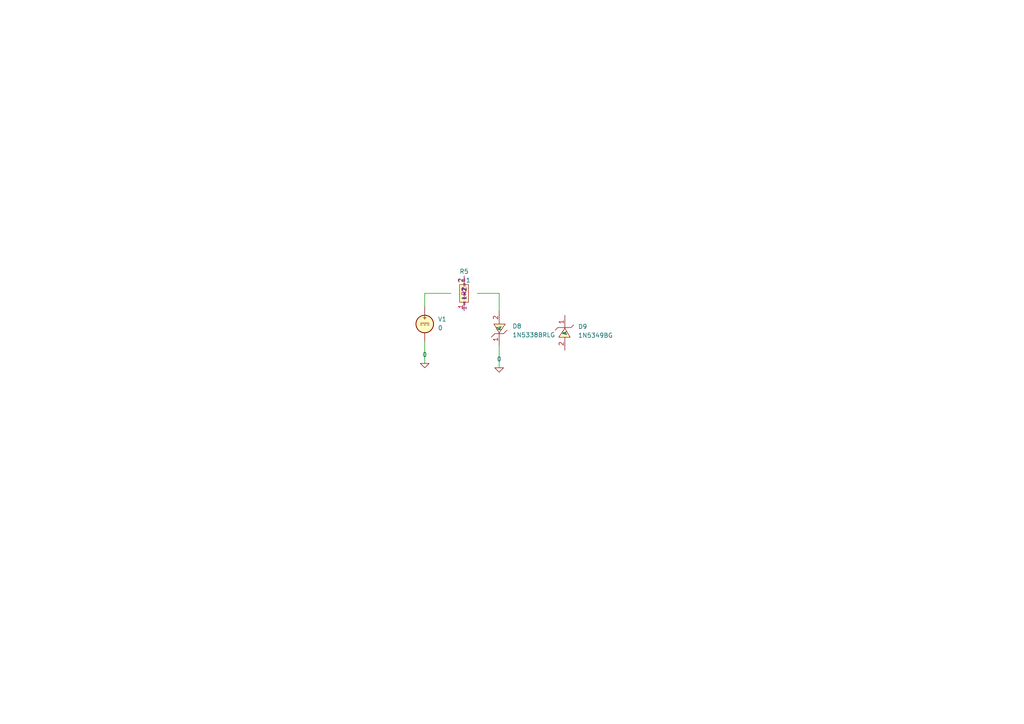
<source format=kicad_sch>
(kicad_sch (version 20250114) (generator "eeschema") (generator_version "9.0")
  (paper "A4")
  (lib_symbols
    (symbol "EasyEDA:1N5338BRLG"
      (property "Reference" "D" (at 0 5.08 0))
      (property "Value" "1N5338BRLG" (at 0 -5.08 0))
      (symbol "1N5338BRLG_0_1"
        (polyline (pts (xy -2.54 2.29) (xy -1.52 1.27) (xy -1.52 -1.27) (xy -0.51 -2.29)))
        (polyline (pts (xy 1.27 1.52) (xy -1.27 0) (xy 1.27 -1.78) (xy 1.27 1.52)) (fill (type background)))
        (pin unspecified line (at -5.08 0 0) (length 3.81) (name "K") (number "1"))
        (pin unspecified line (at 5.08 0 180) (length 3.81) (name "A") (number "2"))
      )
    )
    (symbol "EasyEDA:1N5349BG"
      (property "Reference" "D" (at 0 5.08 0))
      (property "Value" "1N5349BG" (at 0 -5.08 0))
      (symbol "1N5349BG_0_1"
        (polyline (pts (xy -2.29 2.54) (xy -1.52 1.78) (xy -1.52 1.78) (xy -1.52 -2.03) (xy -1.52 -2.03) (xy -0.76 -2.79)))
        (polyline (pts (xy 1.27 1.52) (xy -1.27 0) (xy 1.27 -1.78) (xy 1.27 1.52)) (fill (type background)))
        (pin unspecified line (at -5.08 0 0) (length 3.81) (name "K") (number "1"))
        (pin unspecified line (at 5.08 0 180) (length 3.81) (name "A") (number "2"))
      )
    )
    (symbol "EasyEDA:CRCW060310K0FKEC"
      (property "Reference" "R" (at 0 5.08 0))
      (property "Value" "CRCW060310K0FKEC" (at 0 -5.08 0))
      (symbol "CRCW060310K0FKEC_0_1"
        (rectangle (start -2.54 1.27) (end 2.54 -1.27) (fill (type background)))
        (pin unspecified line (at -5.08 0 0) (length 2.54) (name "1") (number "1"))
        (pin unspecified line (at 5.08 0 180) (length 2.54) (name "2") (number "2"))
      )
    )
    (symbol "Simulation_SPICE:0" (power) (pin_numbers (hide yes)) (pin_names (offset 0) (hide yes))
      (property "Value" "0" (at 0 -2.54 0))
      (symbol "0_0_1"
        (polyline (pts (xy -1.27 0) (xy 0 -1.27) (xy 1.27 0) (xy -1.27 0)))
      )
      (symbol "0_1_1"
        (pin power_in line (at 0 0 0) (length 0) (name "~") (number "1"))
      )
    )
    (symbol "Simulation_SPICE:VDC" (pin_numbers (hide yes)) (pin_names (offset 0.0254))
      (property "Reference" "V" (at 2.54 2.54 0))
      (property "Value" "1" (at 2.54 0 0))
      (symbol "VDC_0_0"
        (polyline (pts (xy -1.27 0.254) (xy 1.27 0.254)))
        (polyline (pts (xy -0.762 -0.254) (xy -1.27 -0.254)))
        (polyline (pts (xy 0.254 -0.254) (xy -0.254 -0.254)))
        (polyline (pts (xy 1.27 -0.254) (xy 0.762 -0.254)))
        (text "+" (at 0 1.905 0) (effects (font (size 1.27 1.27))))
      )
      (symbol "VDC_0_1"
        (circle (center 0 0) (radius 2.54) (stroke (width 0.254)) (fill (type background)))
      )
      (symbol "VDC_1_1"
        (pin passive line (at 0 5.08 270) (length 2.54) (name "~") (number "1"))
        (pin passive line (at 0 -5.08 90) (length 2.54) (name "~") (number "2"))
      )
    )
  )
  (wire (pts (xy 123.19 88.9) (xy 123.19 85.09)))
  (wire (pts (xy 144.78 100.33) (xy 144.78 106.68)))
  (wire (pts (xy 138.43 85.09) (xy 144.78 85.09)))
  (wire (pts (xy 123.19 99.06) (xy 123.19 105.41)))
  (wire (pts (xy 144.78 85.09) (xy 144.78 90.17)))
  (wire (pts (xy 123.19 85.09) (xy 130.81 85.09)))
  (symbol (lib_id "Simulation_SPICE:0") (at 123.19 105.41 0) (unit 1)
    (property "Reference" "#GND01" (effects (hide yes)))
    (property "Value" "0" (at 123.19 102.87 0))
    (property "Datasheet" "https://ngspice.sourceforge.io/docs/ngspice-html-manual/manual.xhtml#subsec_Circuit_elements__device" (effects (hide yes)))
    (property "Description" "0V reference potential for simulation" (effects (hide yes)))
  )
  (symbol (lib_id "Simulation_SPICE:0") (at 144.78 106.68 0) (unit 1)
    (property "Reference" "#GND02" (effects (hide yes)))
    (property "Value" "0" (at 144.78 104.14 0))
    (property "Datasheet" "https://ngspice.sourceforge.io/docs/ngspice-html-manual/manual.xhtml#subsec_Circuit_elements__device" (effects (hide yes)))
    (property "Description" "0V reference potential for simulation" (effects (hide yes)))
  )
  (symbol (lib_id "EasyEDA:1N5349BG") (at 163.83 96.52 270) (unit 1)
    (property "Reference" "D9" (at 167.64 94.7399 90) (effects (justify left)))
    (property "Value" "1N5349BG" (at 167.64 97.2799 90) (effects (justify left)))
    (property "Footprint" "EasyEDA:DO-201_BD5.3-L9.5-P13.50-D1.4-RD" (effects (hide yes)))
    (property "Datasheet" "https://lcsc.com/product-detail/Others_ON-Semicon_1N5349BG_ON-Semicon-ON-1N5349BG_C232446.html" (effects (hide yes)))
    (property "LCSC Part" "C232446" (effects (hide yes)))
    (property "Sim.Library" "sim_lib\\1N5378B.lib" (effects (hide yes)))
    (property "Sim.Name" "1n5386b" (effects (hide yes)))
    (property "Sim.Device" "SUBCKT" (effects (hide yes)))
    (property "Sim.Pins" "1=1 2=2" (effects (hide yes)))
  )
  (symbol (lib_id "EasyEDA:1N5338BRLG") (at 144.78 95.25 90) (unit 1)
    (property "Reference" "D8" (at 148.59 94.6149 90) (effects (justify right)))
    (property "Value" "1N5338BRLG" (at 148.59 97.1549 90) (effects (justify right)))
    (property "Footprint" "EasyEDA:DO-27_BD5.2-L8.9-P12.90-D1.5-RD" (effects (hide yes)))
    (property "Datasheet" "https://lcsc.com/product-detail/Zener-Diodes_ON_1N5338B_1N5338B_C5307.html" (effects (hide yes)))
    (property "LCSC Part" "C5307" (effects (hide yes)))
    (property "Sim.Library" "sim_lib\\1n5913.lib" (effects (hide yes)))
    (property "Sim.Name" "d1n5913brl" (effects (hide yes)))
    (property "Sim.Device" "SUBCKT" (effects (hide yes)))
    (property "Sim.Pins" "1=1 2=2" (effects (hide yes)))
  )
  (symbol (lib_id "Simulation_SPICE:VDC") (at 123.19 93.98 0) (unit 1)
    (property "Reference" "V1" (at 127 92.5801 0) (effects (justify left)))
    (property "Value" "0" (at 127 95.1201 0) (effects (justify left)))
    (property "Datasheet" "https://ngspice.sourceforge.io/docs/ngspice-html-manual/manual.xhtml#sec_Independent_Sources_for" (effects (hide yes)))
    (property "Description" "Voltage source, DC" (effects (hide yes)))
    (property "Sim.Pins" "1=+ 2=-" (effects (hide yes)))
    (property "Sim.Type" "DC" (effects (hide yes)))
    (property "Sim.Device" "V" (effects (hide yes)))
  )
  (symbol (lib_id "EasyEDA:CRCW060310K0FKEC") (at 134.62 85.09 90) (unit 1)
    (property "Reference" "R5" (at 134.62 78.74 90))
    (property "Value" "${SIM.PARAMS}" (at 134.62 81.28 90))
    (property "Footprint" "EasyEDA:R0603" (effects (hide yes)))
    (property "Description" "Resistor" (effects (hide yes)))
    (property "Sim.Device" "R" (at 134.62 85.09 0))
    (property "Sim.Type" "=" (at 134.62 85.09 0))
    (property "Sim.Params" "r=1" (at 134.62 85.09 0))
    (property "Sim.Pins" "1=+ 2=-" (at 134.62 85.09 0))
    (property "LCSC Part" "C843841" (effects (hide yes)))
  )
)
</source>
